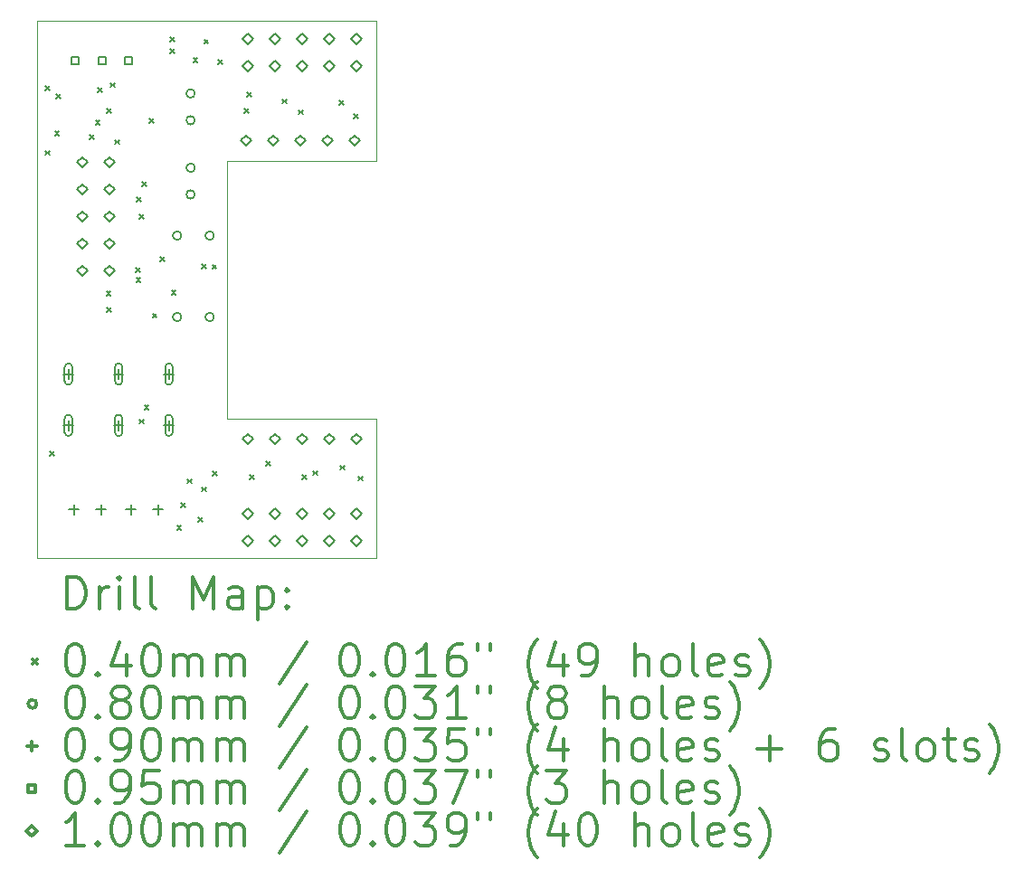
<source format=gbr>
%FSLAX45Y45*%
G04 Gerber Fmt 4.5, Leading zero omitted, Abs format (unit mm)*
G04 Created by KiCad (PCBNEW 5.1.9+dfsg1-1~bpo10+1) date 2022-02-19 16:25:07*
%MOMM*%
%LPD*%
G01*
G04 APERTURE LIST*
%TA.AperFunction,Profile*%
%ADD10C,0.100000*%
%TD*%
%ADD11C,0.200000*%
%ADD12C,0.300000*%
G04 APERTURE END LIST*
D10*
X10033000Y-3962400D02*
X10033000Y-5270500D01*
X6858000Y-3962400D02*
X10033000Y-3962400D01*
X6858000Y-8991600D02*
X6858000Y-3962400D01*
X10033000Y-8991600D02*
X6858000Y-8991600D01*
X10033000Y-7683500D02*
X10033000Y-8991600D01*
X8636000Y-7683500D02*
X10033000Y-7683500D01*
X8636000Y-5270500D02*
X8636000Y-7683500D01*
X10033000Y-5270500D02*
X8636000Y-5270500D01*
D11*
X6933250Y-4571050D02*
X6973250Y-4611050D01*
X6973250Y-4571050D02*
X6933250Y-4611050D01*
X6933250Y-5174300D02*
X6973250Y-5214300D01*
X6973250Y-5174300D02*
X6933250Y-5214300D01*
X6977700Y-7987350D02*
X7017700Y-8027350D01*
X7017700Y-7987350D02*
X6977700Y-8027350D01*
X7022150Y-4990150D02*
X7062150Y-5030150D01*
X7062150Y-4990150D02*
X7022150Y-5030150D01*
X7034850Y-4647250D02*
X7074850Y-4687250D01*
X7074850Y-4647250D02*
X7034850Y-4687250D01*
X7346000Y-5028250D02*
X7386000Y-5068250D01*
X7386000Y-5028250D02*
X7346000Y-5068250D01*
X7403150Y-4888550D02*
X7443150Y-4928550D01*
X7443150Y-4888550D02*
X7403150Y-4928550D01*
X7422200Y-4583750D02*
X7462200Y-4623750D01*
X7462200Y-4583750D02*
X7422200Y-4623750D01*
X7504750Y-6488750D02*
X7544750Y-6528750D01*
X7544750Y-6488750D02*
X7504750Y-6528750D01*
X7511100Y-4780600D02*
X7551100Y-4820600D01*
X7551100Y-4780600D02*
X7511100Y-4820600D01*
X7511100Y-6641150D02*
X7551100Y-6681150D01*
X7551100Y-6641150D02*
X7511100Y-6681150D01*
X7542850Y-4539300D02*
X7582850Y-4579300D01*
X7582850Y-4539300D02*
X7542850Y-4579300D01*
X7587300Y-5072700D02*
X7627300Y-5112700D01*
X7627300Y-5072700D02*
X7587300Y-5112700D01*
X7777800Y-6272850D02*
X7817800Y-6312850D01*
X7817800Y-6272850D02*
X7777800Y-6312850D01*
X7784150Y-6361750D02*
X7824150Y-6401750D01*
X7824150Y-6361750D02*
X7784150Y-6401750D01*
X7790500Y-5612450D02*
X7830500Y-5652450D01*
X7830500Y-5612450D02*
X7790500Y-5652450D01*
X7815900Y-5771200D02*
X7855900Y-5811200D01*
X7855900Y-5771200D02*
X7815900Y-5811200D01*
X7815900Y-7688900D02*
X7855900Y-7728900D01*
X7855900Y-7688900D02*
X7815900Y-7728900D01*
X7841300Y-5466400D02*
X7881300Y-5506400D01*
X7881300Y-5466400D02*
X7841300Y-5506400D01*
X7860350Y-7555550D02*
X7900350Y-7595550D01*
X7900350Y-7555550D02*
X7860350Y-7595550D01*
X7904800Y-4875850D02*
X7944800Y-4915850D01*
X7944800Y-4875850D02*
X7904800Y-4915850D01*
X7936550Y-6698300D02*
X7976550Y-6738300D01*
X7976550Y-6698300D02*
X7936550Y-6738300D01*
X8006400Y-6171250D02*
X8046400Y-6211250D01*
X8046400Y-6171250D02*
X8006400Y-6211250D01*
X8101650Y-4113850D02*
X8141650Y-4153850D01*
X8141650Y-4113850D02*
X8101650Y-4153850D01*
X8101650Y-4221800D02*
X8141650Y-4261800D01*
X8141650Y-4221800D02*
X8101650Y-4261800D01*
X8114350Y-6482400D02*
X8154350Y-6522400D01*
X8154350Y-6482400D02*
X8114350Y-6522400D01*
X8165150Y-8685850D02*
X8205150Y-8725850D01*
X8205150Y-8685850D02*
X8165150Y-8725850D01*
X8203250Y-8469950D02*
X8243250Y-8509950D01*
X8243250Y-8469950D02*
X8203250Y-8509950D01*
X8260400Y-8247700D02*
X8300400Y-8287700D01*
X8300400Y-8247700D02*
X8260400Y-8287700D01*
X8317550Y-4304350D02*
X8357550Y-4344350D01*
X8357550Y-4304350D02*
X8317550Y-4344350D01*
X8362000Y-8609650D02*
X8402000Y-8649650D01*
X8402000Y-8609650D02*
X8362000Y-8649650D01*
X8400100Y-6234750D02*
X8440100Y-6274750D01*
X8440100Y-6234750D02*
X8400100Y-6274750D01*
X8400100Y-8323900D02*
X8440100Y-8363900D01*
X8440100Y-8323900D02*
X8400100Y-8363900D01*
X8419150Y-4132900D02*
X8459150Y-4172900D01*
X8459150Y-4132900D02*
X8419150Y-4172900D01*
X8495350Y-6241100D02*
X8535350Y-6281100D01*
X8535350Y-6241100D02*
X8495350Y-6281100D01*
X8501700Y-8177850D02*
X8541700Y-8217850D01*
X8541700Y-8177850D02*
X8501700Y-8217850D01*
X8552500Y-4323400D02*
X8592500Y-4363400D01*
X8592500Y-4323400D02*
X8552500Y-4363400D01*
X8793800Y-4780600D02*
X8833800Y-4820600D01*
X8833800Y-4780600D02*
X8793800Y-4820600D01*
X8819200Y-4628200D02*
X8859200Y-4668200D01*
X8859200Y-4628200D02*
X8819200Y-4668200D01*
X8844600Y-8209600D02*
X8884600Y-8249600D01*
X8884600Y-8209600D02*
X8844600Y-8249600D01*
X8997000Y-8082600D02*
X9037000Y-8122600D01*
X9037000Y-8082600D02*
X8997000Y-8122600D01*
X9149400Y-4691700D02*
X9189400Y-4731700D01*
X9189400Y-4691700D02*
X9149400Y-4731700D01*
X9301800Y-4793300D02*
X9341800Y-4833300D01*
X9341800Y-4793300D02*
X9301800Y-4833300D01*
X9339900Y-8209600D02*
X9379900Y-8249600D01*
X9379900Y-8209600D02*
X9339900Y-8249600D01*
X9441500Y-8171500D02*
X9481500Y-8211500D01*
X9481500Y-8171500D02*
X9441500Y-8211500D01*
X9682800Y-4704400D02*
X9722800Y-4744400D01*
X9722800Y-4704400D02*
X9682800Y-4744400D01*
X9695500Y-8120700D02*
X9735500Y-8160700D01*
X9735500Y-8120700D02*
X9695500Y-8160700D01*
X9822500Y-4831400D02*
X9862500Y-4871400D01*
X9862500Y-4831400D02*
X9822500Y-4871400D01*
X9860600Y-8222300D02*
X9900600Y-8262300D01*
X9900600Y-8222300D02*
X9860600Y-8262300D01*
X8206100Y-5969000D02*
G75*
G03*
X8206100Y-5969000I-40000J0D01*
G01*
X8206100Y-6731000D02*
G75*
G03*
X8206100Y-6731000I-40000J0D01*
G01*
X8333100Y-4639500D02*
G75*
G03*
X8333100Y-4639500I-40000J0D01*
G01*
X8333100Y-4889500D02*
G75*
G03*
X8333100Y-4889500I-40000J0D01*
G01*
X8333100Y-5334000D02*
G75*
G03*
X8333100Y-5334000I-40000J0D01*
G01*
X8333100Y-5584000D02*
G75*
G03*
X8333100Y-5584000I-40000J0D01*
G01*
X8510900Y-5969000D02*
G75*
G03*
X8510900Y-5969000I-40000J0D01*
G01*
X8510900Y-6731000D02*
G75*
G03*
X8510900Y-6731000I-40000J0D01*
G01*
X7150000Y-7220700D02*
X7150000Y-7310700D01*
X7105000Y-7265700D02*
X7195000Y-7265700D01*
X7115000Y-7200700D02*
X7115000Y-7330700D01*
X7185000Y-7200700D02*
X7185000Y-7330700D01*
X7115000Y-7330700D02*
G75*
G03*
X7185000Y-7330700I35000J0D01*
G01*
X7185000Y-7200700D02*
G75*
G03*
X7115000Y-7200700I-35000J0D01*
G01*
X7150000Y-7700700D02*
X7150000Y-7790700D01*
X7105000Y-7745700D02*
X7195000Y-7745700D01*
X7115000Y-7680700D02*
X7115000Y-7810700D01*
X7185000Y-7680700D02*
X7185000Y-7810700D01*
X7115000Y-7810700D02*
G75*
G03*
X7185000Y-7810700I35000J0D01*
G01*
X7185000Y-7680700D02*
G75*
G03*
X7115000Y-7680700I-35000J0D01*
G01*
X7200900Y-8489400D02*
X7200900Y-8579400D01*
X7155900Y-8534400D02*
X7245900Y-8534400D01*
X7454900Y-8489400D02*
X7454900Y-8579400D01*
X7409900Y-8534400D02*
X7499900Y-8534400D01*
X7620000Y-7220700D02*
X7620000Y-7310700D01*
X7575000Y-7265700D02*
X7665000Y-7265700D01*
X7585000Y-7200700D02*
X7585000Y-7330700D01*
X7655000Y-7200700D02*
X7655000Y-7330700D01*
X7585000Y-7330700D02*
G75*
G03*
X7655000Y-7330700I35000J0D01*
G01*
X7655000Y-7200700D02*
G75*
G03*
X7585000Y-7200700I-35000J0D01*
G01*
X7620000Y-7700700D02*
X7620000Y-7790700D01*
X7575000Y-7745700D02*
X7665000Y-7745700D01*
X7585000Y-7680700D02*
X7585000Y-7810700D01*
X7655000Y-7680700D02*
X7655000Y-7810700D01*
X7585000Y-7810700D02*
G75*
G03*
X7655000Y-7810700I35000J0D01*
G01*
X7655000Y-7680700D02*
G75*
G03*
X7585000Y-7680700I-35000J0D01*
G01*
X7734300Y-8489400D02*
X7734300Y-8579400D01*
X7689300Y-8534400D02*
X7779300Y-8534400D01*
X7988300Y-8489400D02*
X7988300Y-8579400D01*
X7943300Y-8534400D02*
X8033300Y-8534400D01*
X8090000Y-7220700D02*
X8090000Y-7310700D01*
X8045000Y-7265700D02*
X8135000Y-7265700D01*
X8055000Y-7200700D02*
X8055000Y-7330700D01*
X8125000Y-7200700D02*
X8125000Y-7330700D01*
X8055000Y-7330700D02*
G75*
G03*
X8125000Y-7330700I35000J0D01*
G01*
X8125000Y-7200700D02*
G75*
G03*
X8055000Y-7200700I-35000J0D01*
G01*
X8090000Y-7700700D02*
X8090000Y-7790700D01*
X8045000Y-7745700D02*
X8135000Y-7745700D01*
X8055000Y-7680700D02*
X8055000Y-7810700D01*
X8125000Y-7680700D02*
X8125000Y-7810700D01*
X8055000Y-7810700D02*
G75*
G03*
X8125000Y-7810700I35000J0D01*
G01*
X8125000Y-7680700D02*
G75*
G03*
X8055000Y-7680700I-35000J0D01*
G01*
X7247188Y-4364288D02*
X7247188Y-4297112D01*
X7180012Y-4297112D01*
X7180012Y-4364288D01*
X7247188Y-4364288D01*
X7497188Y-4364288D02*
X7497188Y-4297112D01*
X7430012Y-4297112D01*
X7430012Y-4364288D01*
X7497188Y-4364288D01*
X7747188Y-4364288D02*
X7747188Y-4297112D01*
X7680012Y-4297112D01*
X7680012Y-4364288D01*
X7747188Y-4364288D01*
X7277100Y-5333200D02*
X7327100Y-5283200D01*
X7277100Y-5233200D01*
X7227100Y-5283200D01*
X7277100Y-5333200D01*
X7277100Y-5587200D02*
X7327100Y-5537200D01*
X7277100Y-5487200D01*
X7227100Y-5537200D01*
X7277100Y-5587200D01*
X7277100Y-5841200D02*
X7327100Y-5791200D01*
X7277100Y-5741200D01*
X7227100Y-5791200D01*
X7277100Y-5841200D01*
X7277100Y-6095200D02*
X7327100Y-6045200D01*
X7277100Y-5995200D01*
X7227100Y-6045200D01*
X7277100Y-6095200D01*
X7277100Y-6349200D02*
X7327100Y-6299200D01*
X7277100Y-6249200D01*
X7227100Y-6299200D01*
X7277100Y-6349200D01*
X7531100Y-5333200D02*
X7581100Y-5283200D01*
X7531100Y-5233200D01*
X7481100Y-5283200D01*
X7531100Y-5333200D01*
X7531100Y-5587200D02*
X7581100Y-5537200D01*
X7531100Y-5487200D01*
X7481100Y-5537200D01*
X7531100Y-5587200D01*
X7531100Y-5841200D02*
X7581100Y-5791200D01*
X7531100Y-5741200D01*
X7481100Y-5791200D01*
X7531100Y-5841200D01*
X7531100Y-6095200D02*
X7581100Y-6045200D01*
X7531100Y-5995200D01*
X7481100Y-6045200D01*
X7531100Y-6095200D01*
X7531100Y-6349200D02*
X7581100Y-6299200D01*
X7531100Y-6249200D01*
X7481100Y-6299200D01*
X7531100Y-6349200D01*
X8813800Y-5130000D02*
X8863800Y-5080000D01*
X8813800Y-5030000D01*
X8763800Y-5080000D01*
X8813800Y-5130000D01*
X8826500Y-4177500D02*
X8876500Y-4127500D01*
X8826500Y-4077500D01*
X8776500Y-4127500D01*
X8826500Y-4177500D01*
X8826500Y-4431500D02*
X8876500Y-4381500D01*
X8826500Y-4331500D01*
X8776500Y-4381500D01*
X8826500Y-4431500D01*
X8826500Y-7924000D02*
X8876500Y-7874000D01*
X8826500Y-7824000D01*
X8776500Y-7874000D01*
X8826500Y-7924000D01*
X8826500Y-8622500D02*
X8876500Y-8572500D01*
X8826500Y-8522500D01*
X8776500Y-8572500D01*
X8826500Y-8622500D01*
X8826500Y-8876500D02*
X8876500Y-8826500D01*
X8826500Y-8776500D01*
X8776500Y-8826500D01*
X8826500Y-8876500D01*
X9067800Y-5130000D02*
X9117800Y-5080000D01*
X9067800Y-5030000D01*
X9017800Y-5080000D01*
X9067800Y-5130000D01*
X9080500Y-4177500D02*
X9130500Y-4127500D01*
X9080500Y-4077500D01*
X9030500Y-4127500D01*
X9080500Y-4177500D01*
X9080500Y-4431500D02*
X9130500Y-4381500D01*
X9080500Y-4331500D01*
X9030500Y-4381500D01*
X9080500Y-4431500D01*
X9080500Y-7924000D02*
X9130500Y-7874000D01*
X9080500Y-7824000D01*
X9030500Y-7874000D01*
X9080500Y-7924000D01*
X9080500Y-8622500D02*
X9130500Y-8572500D01*
X9080500Y-8522500D01*
X9030500Y-8572500D01*
X9080500Y-8622500D01*
X9080500Y-8876500D02*
X9130500Y-8826500D01*
X9080500Y-8776500D01*
X9030500Y-8826500D01*
X9080500Y-8876500D01*
X9321800Y-5130000D02*
X9371800Y-5080000D01*
X9321800Y-5030000D01*
X9271800Y-5080000D01*
X9321800Y-5130000D01*
X9334500Y-4177500D02*
X9384500Y-4127500D01*
X9334500Y-4077500D01*
X9284500Y-4127500D01*
X9334500Y-4177500D01*
X9334500Y-4431500D02*
X9384500Y-4381500D01*
X9334500Y-4331500D01*
X9284500Y-4381500D01*
X9334500Y-4431500D01*
X9334500Y-7924000D02*
X9384500Y-7874000D01*
X9334500Y-7824000D01*
X9284500Y-7874000D01*
X9334500Y-7924000D01*
X9334500Y-8622500D02*
X9384500Y-8572500D01*
X9334500Y-8522500D01*
X9284500Y-8572500D01*
X9334500Y-8622500D01*
X9334500Y-8876500D02*
X9384500Y-8826500D01*
X9334500Y-8776500D01*
X9284500Y-8826500D01*
X9334500Y-8876500D01*
X9575800Y-5130000D02*
X9625800Y-5080000D01*
X9575800Y-5030000D01*
X9525800Y-5080000D01*
X9575800Y-5130000D01*
X9588500Y-4177500D02*
X9638500Y-4127500D01*
X9588500Y-4077500D01*
X9538500Y-4127500D01*
X9588500Y-4177500D01*
X9588500Y-4431500D02*
X9638500Y-4381500D01*
X9588500Y-4331500D01*
X9538500Y-4381500D01*
X9588500Y-4431500D01*
X9588500Y-7924000D02*
X9638500Y-7874000D01*
X9588500Y-7824000D01*
X9538500Y-7874000D01*
X9588500Y-7924000D01*
X9588500Y-8622500D02*
X9638500Y-8572500D01*
X9588500Y-8522500D01*
X9538500Y-8572500D01*
X9588500Y-8622500D01*
X9588500Y-8876500D02*
X9638500Y-8826500D01*
X9588500Y-8776500D01*
X9538500Y-8826500D01*
X9588500Y-8876500D01*
X9829800Y-5130000D02*
X9879800Y-5080000D01*
X9829800Y-5030000D01*
X9779800Y-5080000D01*
X9829800Y-5130000D01*
X9842500Y-4177500D02*
X9892500Y-4127500D01*
X9842500Y-4077500D01*
X9792500Y-4127500D01*
X9842500Y-4177500D01*
X9842500Y-4431500D02*
X9892500Y-4381500D01*
X9842500Y-4331500D01*
X9792500Y-4381500D01*
X9842500Y-4431500D01*
X9842500Y-7924000D02*
X9892500Y-7874000D01*
X9842500Y-7824000D01*
X9792500Y-7874000D01*
X9842500Y-7924000D01*
X9842500Y-8622500D02*
X9892500Y-8572500D01*
X9842500Y-8522500D01*
X9792500Y-8572500D01*
X9842500Y-8622500D01*
X9842500Y-8876500D02*
X9892500Y-8826500D01*
X9842500Y-8776500D01*
X9792500Y-8826500D01*
X9842500Y-8876500D01*
D12*
X7139428Y-9462314D02*
X7139428Y-9162314D01*
X7210857Y-9162314D01*
X7253714Y-9176600D01*
X7282286Y-9205172D01*
X7296571Y-9233743D01*
X7310857Y-9290886D01*
X7310857Y-9333743D01*
X7296571Y-9390886D01*
X7282286Y-9419457D01*
X7253714Y-9448029D01*
X7210857Y-9462314D01*
X7139428Y-9462314D01*
X7439428Y-9462314D02*
X7439428Y-9262314D01*
X7439428Y-9319457D02*
X7453714Y-9290886D01*
X7468000Y-9276600D01*
X7496571Y-9262314D01*
X7525143Y-9262314D01*
X7625143Y-9462314D02*
X7625143Y-9262314D01*
X7625143Y-9162314D02*
X7610857Y-9176600D01*
X7625143Y-9190886D01*
X7639428Y-9176600D01*
X7625143Y-9162314D01*
X7625143Y-9190886D01*
X7810857Y-9462314D02*
X7782286Y-9448029D01*
X7768000Y-9419457D01*
X7768000Y-9162314D01*
X7968000Y-9462314D02*
X7939428Y-9448029D01*
X7925143Y-9419457D01*
X7925143Y-9162314D01*
X8310857Y-9462314D02*
X8310857Y-9162314D01*
X8410857Y-9376600D01*
X8510857Y-9162314D01*
X8510857Y-9462314D01*
X8782286Y-9462314D02*
X8782286Y-9305172D01*
X8768000Y-9276600D01*
X8739428Y-9262314D01*
X8682286Y-9262314D01*
X8653714Y-9276600D01*
X8782286Y-9448029D02*
X8753714Y-9462314D01*
X8682286Y-9462314D01*
X8653714Y-9448029D01*
X8639428Y-9419457D01*
X8639428Y-9390886D01*
X8653714Y-9362314D01*
X8682286Y-9348029D01*
X8753714Y-9348029D01*
X8782286Y-9333743D01*
X8925143Y-9262314D02*
X8925143Y-9562314D01*
X8925143Y-9276600D02*
X8953714Y-9262314D01*
X9010857Y-9262314D01*
X9039428Y-9276600D01*
X9053714Y-9290886D01*
X9068000Y-9319457D01*
X9068000Y-9405172D01*
X9053714Y-9433743D01*
X9039428Y-9448029D01*
X9010857Y-9462314D01*
X8953714Y-9462314D01*
X8925143Y-9448029D01*
X9196571Y-9433743D02*
X9210857Y-9448029D01*
X9196571Y-9462314D01*
X9182286Y-9448029D01*
X9196571Y-9433743D01*
X9196571Y-9462314D01*
X9196571Y-9276600D02*
X9210857Y-9290886D01*
X9196571Y-9305172D01*
X9182286Y-9290886D01*
X9196571Y-9276600D01*
X9196571Y-9305172D01*
X6813000Y-9936600D02*
X6853000Y-9976600D01*
X6853000Y-9936600D02*
X6813000Y-9976600D01*
X7196571Y-9792314D02*
X7225143Y-9792314D01*
X7253714Y-9806600D01*
X7268000Y-9820886D01*
X7282286Y-9849457D01*
X7296571Y-9906600D01*
X7296571Y-9978029D01*
X7282286Y-10035172D01*
X7268000Y-10063743D01*
X7253714Y-10078029D01*
X7225143Y-10092314D01*
X7196571Y-10092314D01*
X7168000Y-10078029D01*
X7153714Y-10063743D01*
X7139428Y-10035172D01*
X7125143Y-9978029D01*
X7125143Y-9906600D01*
X7139428Y-9849457D01*
X7153714Y-9820886D01*
X7168000Y-9806600D01*
X7196571Y-9792314D01*
X7425143Y-10063743D02*
X7439428Y-10078029D01*
X7425143Y-10092314D01*
X7410857Y-10078029D01*
X7425143Y-10063743D01*
X7425143Y-10092314D01*
X7696571Y-9892314D02*
X7696571Y-10092314D01*
X7625143Y-9778029D02*
X7553714Y-9992314D01*
X7739428Y-9992314D01*
X7910857Y-9792314D02*
X7939428Y-9792314D01*
X7968000Y-9806600D01*
X7982286Y-9820886D01*
X7996571Y-9849457D01*
X8010857Y-9906600D01*
X8010857Y-9978029D01*
X7996571Y-10035172D01*
X7982286Y-10063743D01*
X7968000Y-10078029D01*
X7939428Y-10092314D01*
X7910857Y-10092314D01*
X7882286Y-10078029D01*
X7868000Y-10063743D01*
X7853714Y-10035172D01*
X7839428Y-9978029D01*
X7839428Y-9906600D01*
X7853714Y-9849457D01*
X7868000Y-9820886D01*
X7882286Y-9806600D01*
X7910857Y-9792314D01*
X8139428Y-10092314D02*
X8139428Y-9892314D01*
X8139428Y-9920886D02*
X8153714Y-9906600D01*
X8182286Y-9892314D01*
X8225143Y-9892314D01*
X8253714Y-9906600D01*
X8268000Y-9935172D01*
X8268000Y-10092314D01*
X8268000Y-9935172D02*
X8282286Y-9906600D01*
X8310857Y-9892314D01*
X8353714Y-9892314D01*
X8382286Y-9906600D01*
X8396571Y-9935172D01*
X8396571Y-10092314D01*
X8539428Y-10092314D02*
X8539428Y-9892314D01*
X8539428Y-9920886D02*
X8553714Y-9906600D01*
X8582286Y-9892314D01*
X8625143Y-9892314D01*
X8653714Y-9906600D01*
X8668000Y-9935172D01*
X8668000Y-10092314D01*
X8668000Y-9935172D02*
X8682286Y-9906600D01*
X8710857Y-9892314D01*
X8753714Y-9892314D01*
X8782286Y-9906600D01*
X8796571Y-9935172D01*
X8796571Y-10092314D01*
X9382286Y-9778029D02*
X9125143Y-10163743D01*
X9768000Y-9792314D02*
X9796571Y-9792314D01*
X9825143Y-9806600D01*
X9839428Y-9820886D01*
X9853714Y-9849457D01*
X9868000Y-9906600D01*
X9868000Y-9978029D01*
X9853714Y-10035172D01*
X9839428Y-10063743D01*
X9825143Y-10078029D01*
X9796571Y-10092314D01*
X9768000Y-10092314D01*
X9739428Y-10078029D01*
X9725143Y-10063743D01*
X9710857Y-10035172D01*
X9696571Y-9978029D01*
X9696571Y-9906600D01*
X9710857Y-9849457D01*
X9725143Y-9820886D01*
X9739428Y-9806600D01*
X9768000Y-9792314D01*
X9996571Y-10063743D02*
X10010857Y-10078029D01*
X9996571Y-10092314D01*
X9982286Y-10078029D01*
X9996571Y-10063743D01*
X9996571Y-10092314D01*
X10196571Y-9792314D02*
X10225143Y-9792314D01*
X10253714Y-9806600D01*
X10268000Y-9820886D01*
X10282286Y-9849457D01*
X10296571Y-9906600D01*
X10296571Y-9978029D01*
X10282286Y-10035172D01*
X10268000Y-10063743D01*
X10253714Y-10078029D01*
X10225143Y-10092314D01*
X10196571Y-10092314D01*
X10168000Y-10078029D01*
X10153714Y-10063743D01*
X10139428Y-10035172D01*
X10125143Y-9978029D01*
X10125143Y-9906600D01*
X10139428Y-9849457D01*
X10153714Y-9820886D01*
X10168000Y-9806600D01*
X10196571Y-9792314D01*
X10582286Y-10092314D02*
X10410857Y-10092314D01*
X10496571Y-10092314D02*
X10496571Y-9792314D01*
X10468000Y-9835172D01*
X10439428Y-9863743D01*
X10410857Y-9878029D01*
X10839428Y-9792314D02*
X10782286Y-9792314D01*
X10753714Y-9806600D01*
X10739428Y-9820886D01*
X10710857Y-9863743D01*
X10696571Y-9920886D01*
X10696571Y-10035172D01*
X10710857Y-10063743D01*
X10725143Y-10078029D01*
X10753714Y-10092314D01*
X10810857Y-10092314D01*
X10839428Y-10078029D01*
X10853714Y-10063743D01*
X10868000Y-10035172D01*
X10868000Y-9963743D01*
X10853714Y-9935172D01*
X10839428Y-9920886D01*
X10810857Y-9906600D01*
X10753714Y-9906600D01*
X10725143Y-9920886D01*
X10710857Y-9935172D01*
X10696571Y-9963743D01*
X10982286Y-9792314D02*
X10982286Y-9849457D01*
X11096571Y-9792314D02*
X11096571Y-9849457D01*
X11539428Y-10206600D02*
X11525143Y-10192314D01*
X11496571Y-10149457D01*
X11482286Y-10120886D01*
X11468000Y-10078029D01*
X11453714Y-10006600D01*
X11453714Y-9949457D01*
X11468000Y-9878029D01*
X11482286Y-9835172D01*
X11496571Y-9806600D01*
X11525143Y-9763743D01*
X11539428Y-9749457D01*
X11782286Y-9892314D02*
X11782286Y-10092314D01*
X11710857Y-9778029D02*
X11639428Y-9992314D01*
X11825143Y-9992314D01*
X11953714Y-10092314D02*
X12010857Y-10092314D01*
X12039428Y-10078029D01*
X12053714Y-10063743D01*
X12082286Y-10020886D01*
X12096571Y-9963743D01*
X12096571Y-9849457D01*
X12082286Y-9820886D01*
X12068000Y-9806600D01*
X12039428Y-9792314D01*
X11982286Y-9792314D01*
X11953714Y-9806600D01*
X11939428Y-9820886D01*
X11925143Y-9849457D01*
X11925143Y-9920886D01*
X11939428Y-9949457D01*
X11953714Y-9963743D01*
X11982286Y-9978029D01*
X12039428Y-9978029D01*
X12068000Y-9963743D01*
X12082286Y-9949457D01*
X12096571Y-9920886D01*
X12453714Y-10092314D02*
X12453714Y-9792314D01*
X12582286Y-10092314D02*
X12582286Y-9935172D01*
X12568000Y-9906600D01*
X12539428Y-9892314D01*
X12496571Y-9892314D01*
X12468000Y-9906600D01*
X12453714Y-9920886D01*
X12768000Y-10092314D02*
X12739428Y-10078029D01*
X12725143Y-10063743D01*
X12710857Y-10035172D01*
X12710857Y-9949457D01*
X12725143Y-9920886D01*
X12739428Y-9906600D01*
X12768000Y-9892314D01*
X12810857Y-9892314D01*
X12839428Y-9906600D01*
X12853714Y-9920886D01*
X12868000Y-9949457D01*
X12868000Y-10035172D01*
X12853714Y-10063743D01*
X12839428Y-10078029D01*
X12810857Y-10092314D01*
X12768000Y-10092314D01*
X13039428Y-10092314D02*
X13010857Y-10078029D01*
X12996571Y-10049457D01*
X12996571Y-9792314D01*
X13268000Y-10078029D02*
X13239428Y-10092314D01*
X13182286Y-10092314D01*
X13153714Y-10078029D01*
X13139428Y-10049457D01*
X13139428Y-9935172D01*
X13153714Y-9906600D01*
X13182286Y-9892314D01*
X13239428Y-9892314D01*
X13268000Y-9906600D01*
X13282286Y-9935172D01*
X13282286Y-9963743D01*
X13139428Y-9992314D01*
X13396571Y-10078029D02*
X13425143Y-10092314D01*
X13482286Y-10092314D01*
X13510857Y-10078029D01*
X13525143Y-10049457D01*
X13525143Y-10035172D01*
X13510857Y-10006600D01*
X13482286Y-9992314D01*
X13439428Y-9992314D01*
X13410857Y-9978029D01*
X13396571Y-9949457D01*
X13396571Y-9935172D01*
X13410857Y-9906600D01*
X13439428Y-9892314D01*
X13482286Y-9892314D01*
X13510857Y-9906600D01*
X13625143Y-10206600D02*
X13639428Y-10192314D01*
X13668000Y-10149457D01*
X13682286Y-10120886D01*
X13696571Y-10078029D01*
X13710857Y-10006600D01*
X13710857Y-9949457D01*
X13696571Y-9878029D01*
X13682286Y-9835172D01*
X13668000Y-9806600D01*
X13639428Y-9763743D01*
X13625143Y-9749457D01*
X6853000Y-10352600D02*
G75*
G03*
X6853000Y-10352600I-40000J0D01*
G01*
X7196571Y-10188314D02*
X7225143Y-10188314D01*
X7253714Y-10202600D01*
X7268000Y-10216886D01*
X7282286Y-10245457D01*
X7296571Y-10302600D01*
X7296571Y-10374029D01*
X7282286Y-10431172D01*
X7268000Y-10459743D01*
X7253714Y-10474029D01*
X7225143Y-10488314D01*
X7196571Y-10488314D01*
X7168000Y-10474029D01*
X7153714Y-10459743D01*
X7139428Y-10431172D01*
X7125143Y-10374029D01*
X7125143Y-10302600D01*
X7139428Y-10245457D01*
X7153714Y-10216886D01*
X7168000Y-10202600D01*
X7196571Y-10188314D01*
X7425143Y-10459743D02*
X7439428Y-10474029D01*
X7425143Y-10488314D01*
X7410857Y-10474029D01*
X7425143Y-10459743D01*
X7425143Y-10488314D01*
X7610857Y-10316886D02*
X7582286Y-10302600D01*
X7568000Y-10288314D01*
X7553714Y-10259743D01*
X7553714Y-10245457D01*
X7568000Y-10216886D01*
X7582286Y-10202600D01*
X7610857Y-10188314D01*
X7668000Y-10188314D01*
X7696571Y-10202600D01*
X7710857Y-10216886D01*
X7725143Y-10245457D01*
X7725143Y-10259743D01*
X7710857Y-10288314D01*
X7696571Y-10302600D01*
X7668000Y-10316886D01*
X7610857Y-10316886D01*
X7582286Y-10331172D01*
X7568000Y-10345457D01*
X7553714Y-10374029D01*
X7553714Y-10431172D01*
X7568000Y-10459743D01*
X7582286Y-10474029D01*
X7610857Y-10488314D01*
X7668000Y-10488314D01*
X7696571Y-10474029D01*
X7710857Y-10459743D01*
X7725143Y-10431172D01*
X7725143Y-10374029D01*
X7710857Y-10345457D01*
X7696571Y-10331172D01*
X7668000Y-10316886D01*
X7910857Y-10188314D02*
X7939428Y-10188314D01*
X7968000Y-10202600D01*
X7982286Y-10216886D01*
X7996571Y-10245457D01*
X8010857Y-10302600D01*
X8010857Y-10374029D01*
X7996571Y-10431172D01*
X7982286Y-10459743D01*
X7968000Y-10474029D01*
X7939428Y-10488314D01*
X7910857Y-10488314D01*
X7882286Y-10474029D01*
X7868000Y-10459743D01*
X7853714Y-10431172D01*
X7839428Y-10374029D01*
X7839428Y-10302600D01*
X7853714Y-10245457D01*
X7868000Y-10216886D01*
X7882286Y-10202600D01*
X7910857Y-10188314D01*
X8139428Y-10488314D02*
X8139428Y-10288314D01*
X8139428Y-10316886D02*
X8153714Y-10302600D01*
X8182286Y-10288314D01*
X8225143Y-10288314D01*
X8253714Y-10302600D01*
X8268000Y-10331172D01*
X8268000Y-10488314D01*
X8268000Y-10331172D02*
X8282286Y-10302600D01*
X8310857Y-10288314D01*
X8353714Y-10288314D01*
X8382286Y-10302600D01*
X8396571Y-10331172D01*
X8396571Y-10488314D01*
X8539428Y-10488314D02*
X8539428Y-10288314D01*
X8539428Y-10316886D02*
X8553714Y-10302600D01*
X8582286Y-10288314D01*
X8625143Y-10288314D01*
X8653714Y-10302600D01*
X8668000Y-10331172D01*
X8668000Y-10488314D01*
X8668000Y-10331172D02*
X8682286Y-10302600D01*
X8710857Y-10288314D01*
X8753714Y-10288314D01*
X8782286Y-10302600D01*
X8796571Y-10331172D01*
X8796571Y-10488314D01*
X9382286Y-10174029D02*
X9125143Y-10559743D01*
X9768000Y-10188314D02*
X9796571Y-10188314D01*
X9825143Y-10202600D01*
X9839428Y-10216886D01*
X9853714Y-10245457D01*
X9868000Y-10302600D01*
X9868000Y-10374029D01*
X9853714Y-10431172D01*
X9839428Y-10459743D01*
X9825143Y-10474029D01*
X9796571Y-10488314D01*
X9768000Y-10488314D01*
X9739428Y-10474029D01*
X9725143Y-10459743D01*
X9710857Y-10431172D01*
X9696571Y-10374029D01*
X9696571Y-10302600D01*
X9710857Y-10245457D01*
X9725143Y-10216886D01*
X9739428Y-10202600D01*
X9768000Y-10188314D01*
X9996571Y-10459743D02*
X10010857Y-10474029D01*
X9996571Y-10488314D01*
X9982286Y-10474029D01*
X9996571Y-10459743D01*
X9996571Y-10488314D01*
X10196571Y-10188314D02*
X10225143Y-10188314D01*
X10253714Y-10202600D01*
X10268000Y-10216886D01*
X10282286Y-10245457D01*
X10296571Y-10302600D01*
X10296571Y-10374029D01*
X10282286Y-10431172D01*
X10268000Y-10459743D01*
X10253714Y-10474029D01*
X10225143Y-10488314D01*
X10196571Y-10488314D01*
X10168000Y-10474029D01*
X10153714Y-10459743D01*
X10139428Y-10431172D01*
X10125143Y-10374029D01*
X10125143Y-10302600D01*
X10139428Y-10245457D01*
X10153714Y-10216886D01*
X10168000Y-10202600D01*
X10196571Y-10188314D01*
X10396571Y-10188314D02*
X10582286Y-10188314D01*
X10482286Y-10302600D01*
X10525143Y-10302600D01*
X10553714Y-10316886D01*
X10568000Y-10331172D01*
X10582286Y-10359743D01*
X10582286Y-10431172D01*
X10568000Y-10459743D01*
X10553714Y-10474029D01*
X10525143Y-10488314D01*
X10439428Y-10488314D01*
X10410857Y-10474029D01*
X10396571Y-10459743D01*
X10868000Y-10488314D02*
X10696571Y-10488314D01*
X10782286Y-10488314D02*
X10782286Y-10188314D01*
X10753714Y-10231172D01*
X10725143Y-10259743D01*
X10696571Y-10274029D01*
X10982286Y-10188314D02*
X10982286Y-10245457D01*
X11096571Y-10188314D02*
X11096571Y-10245457D01*
X11539428Y-10602600D02*
X11525143Y-10588314D01*
X11496571Y-10545457D01*
X11482286Y-10516886D01*
X11468000Y-10474029D01*
X11453714Y-10402600D01*
X11453714Y-10345457D01*
X11468000Y-10274029D01*
X11482286Y-10231172D01*
X11496571Y-10202600D01*
X11525143Y-10159743D01*
X11539428Y-10145457D01*
X11696571Y-10316886D02*
X11668000Y-10302600D01*
X11653714Y-10288314D01*
X11639428Y-10259743D01*
X11639428Y-10245457D01*
X11653714Y-10216886D01*
X11668000Y-10202600D01*
X11696571Y-10188314D01*
X11753714Y-10188314D01*
X11782286Y-10202600D01*
X11796571Y-10216886D01*
X11810857Y-10245457D01*
X11810857Y-10259743D01*
X11796571Y-10288314D01*
X11782286Y-10302600D01*
X11753714Y-10316886D01*
X11696571Y-10316886D01*
X11668000Y-10331172D01*
X11653714Y-10345457D01*
X11639428Y-10374029D01*
X11639428Y-10431172D01*
X11653714Y-10459743D01*
X11668000Y-10474029D01*
X11696571Y-10488314D01*
X11753714Y-10488314D01*
X11782286Y-10474029D01*
X11796571Y-10459743D01*
X11810857Y-10431172D01*
X11810857Y-10374029D01*
X11796571Y-10345457D01*
X11782286Y-10331172D01*
X11753714Y-10316886D01*
X12168000Y-10488314D02*
X12168000Y-10188314D01*
X12296571Y-10488314D02*
X12296571Y-10331172D01*
X12282286Y-10302600D01*
X12253714Y-10288314D01*
X12210857Y-10288314D01*
X12182286Y-10302600D01*
X12168000Y-10316886D01*
X12482286Y-10488314D02*
X12453714Y-10474029D01*
X12439428Y-10459743D01*
X12425143Y-10431172D01*
X12425143Y-10345457D01*
X12439428Y-10316886D01*
X12453714Y-10302600D01*
X12482286Y-10288314D01*
X12525143Y-10288314D01*
X12553714Y-10302600D01*
X12568000Y-10316886D01*
X12582286Y-10345457D01*
X12582286Y-10431172D01*
X12568000Y-10459743D01*
X12553714Y-10474029D01*
X12525143Y-10488314D01*
X12482286Y-10488314D01*
X12753714Y-10488314D02*
X12725143Y-10474029D01*
X12710857Y-10445457D01*
X12710857Y-10188314D01*
X12982286Y-10474029D02*
X12953714Y-10488314D01*
X12896571Y-10488314D01*
X12868000Y-10474029D01*
X12853714Y-10445457D01*
X12853714Y-10331172D01*
X12868000Y-10302600D01*
X12896571Y-10288314D01*
X12953714Y-10288314D01*
X12982286Y-10302600D01*
X12996571Y-10331172D01*
X12996571Y-10359743D01*
X12853714Y-10388314D01*
X13110857Y-10474029D02*
X13139428Y-10488314D01*
X13196571Y-10488314D01*
X13225143Y-10474029D01*
X13239428Y-10445457D01*
X13239428Y-10431172D01*
X13225143Y-10402600D01*
X13196571Y-10388314D01*
X13153714Y-10388314D01*
X13125143Y-10374029D01*
X13110857Y-10345457D01*
X13110857Y-10331172D01*
X13125143Y-10302600D01*
X13153714Y-10288314D01*
X13196571Y-10288314D01*
X13225143Y-10302600D01*
X13339428Y-10602600D02*
X13353714Y-10588314D01*
X13382286Y-10545457D01*
X13396571Y-10516886D01*
X13410857Y-10474029D01*
X13425143Y-10402600D01*
X13425143Y-10345457D01*
X13410857Y-10274029D01*
X13396571Y-10231172D01*
X13382286Y-10202600D01*
X13353714Y-10159743D01*
X13339428Y-10145457D01*
X6808000Y-10703600D02*
X6808000Y-10793600D01*
X6763000Y-10748600D02*
X6853000Y-10748600D01*
X7196571Y-10584314D02*
X7225143Y-10584314D01*
X7253714Y-10598600D01*
X7268000Y-10612886D01*
X7282286Y-10641457D01*
X7296571Y-10698600D01*
X7296571Y-10770029D01*
X7282286Y-10827172D01*
X7268000Y-10855743D01*
X7253714Y-10870029D01*
X7225143Y-10884314D01*
X7196571Y-10884314D01*
X7168000Y-10870029D01*
X7153714Y-10855743D01*
X7139428Y-10827172D01*
X7125143Y-10770029D01*
X7125143Y-10698600D01*
X7139428Y-10641457D01*
X7153714Y-10612886D01*
X7168000Y-10598600D01*
X7196571Y-10584314D01*
X7425143Y-10855743D02*
X7439428Y-10870029D01*
X7425143Y-10884314D01*
X7410857Y-10870029D01*
X7425143Y-10855743D01*
X7425143Y-10884314D01*
X7582286Y-10884314D02*
X7639428Y-10884314D01*
X7668000Y-10870029D01*
X7682286Y-10855743D01*
X7710857Y-10812886D01*
X7725143Y-10755743D01*
X7725143Y-10641457D01*
X7710857Y-10612886D01*
X7696571Y-10598600D01*
X7668000Y-10584314D01*
X7610857Y-10584314D01*
X7582286Y-10598600D01*
X7568000Y-10612886D01*
X7553714Y-10641457D01*
X7553714Y-10712886D01*
X7568000Y-10741457D01*
X7582286Y-10755743D01*
X7610857Y-10770029D01*
X7668000Y-10770029D01*
X7696571Y-10755743D01*
X7710857Y-10741457D01*
X7725143Y-10712886D01*
X7910857Y-10584314D02*
X7939428Y-10584314D01*
X7968000Y-10598600D01*
X7982286Y-10612886D01*
X7996571Y-10641457D01*
X8010857Y-10698600D01*
X8010857Y-10770029D01*
X7996571Y-10827172D01*
X7982286Y-10855743D01*
X7968000Y-10870029D01*
X7939428Y-10884314D01*
X7910857Y-10884314D01*
X7882286Y-10870029D01*
X7868000Y-10855743D01*
X7853714Y-10827172D01*
X7839428Y-10770029D01*
X7839428Y-10698600D01*
X7853714Y-10641457D01*
X7868000Y-10612886D01*
X7882286Y-10598600D01*
X7910857Y-10584314D01*
X8139428Y-10884314D02*
X8139428Y-10684314D01*
X8139428Y-10712886D02*
X8153714Y-10698600D01*
X8182286Y-10684314D01*
X8225143Y-10684314D01*
X8253714Y-10698600D01*
X8268000Y-10727172D01*
X8268000Y-10884314D01*
X8268000Y-10727172D02*
X8282286Y-10698600D01*
X8310857Y-10684314D01*
X8353714Y-10684314D01*
X8382286Y-10698600D01*
X8396571Y-10727172D01*
X8396571Y-10884314D01*
X8539428Y-10884314D02*
X8539428Y-10684314D01*
X8539428Y-10712886D02*
X8553714Y-10698600D01*
X8582286Y-10684314D01*
X8625143Y-10684314D01*
X8653714Y-10698600D01*
X8668000Y-10727172D01*
X8668000Y-10884314D01*
X8668000Y-10727172D02*
X8682286Y-10698600D01*
X8710857Y-10684314D01*
X8753714Y-10684314D01*
X8782286Y-10698600D01*
X8796571Y-10727172D01*
X8796571Y-10884314D01*
X9382286Y-10570029D02*
X9125143Y-10955743D01*
X9768000Y-10584314D02*
X9796571Y-10584314D01*
X9825143Y-10598600D01*
X9839428Y-10612886D01*
X9853714Y-10641457D01*
X9868000Y-10698600D01*
X9868000Y-10770029D01*
X9853714Y-10827172D01*
X9839428Y-10855743D01*
X9825143Y-10870029D01*
X9796571Y-10884314D01*
X9768000Y-10884314D01*
X9739428Y-10870029D01*
X9725143Y-10855743D01*
X9710857Y-10827172D01*
X9696571Y-10770029D01*
X9696571Y-10698600D01*
X9710857Y-10641457D01*
X9725143Y-10612886D01*
X9739428Y-10598600D01*
X9768000Y-10584314D01*
X9996571Y-10855743D02*
X10010857Y-10870029D01*
X9996571Y-10884314D01*
X9982286Y-10870029D01*
X9996571Y-10855743D01*
X9996571Y-10884314D01*
X10196571Y-10584314D02*
X10225143Y-10584314D01*
X10253714Y-10598600D01*
X10268000Y-10612886D01*
X10282286Y-10641457D01*
X10296571Y-10698600D01*
X10296571Y-10770029D01*
X10282286Y-10827172D01*
X10268000Y-10855743D01*
X10253714Y-10870029D01*
X10225143Y-10884314D01*
X10196571Y-10884314D01*
X10168000Y-10870029D01*
X10153714Y-10855743D01*
X10139428Y-10827172D01*
X10125143Y-10770029D01*
X10125143Y-10698600D01*
X10139428Y-10641457D01*
X10153714Y-10612886D01*
X10168000Y-10598600D01*
X10196571Y-10584314D01*
X10396571Y-10584314D02*
X10582286Y-10584314D01*
X10482286Y-10698600D01*
X10525143Y-10698600D01*
X10553714Y-10712886D01*
X10568000Y-10727172D01*
X10582286Y-10755743D01*
X10582286Y-10827172D01*
X10568000Y-10855743D01*
X10553714Y-10870029D01*
X10525143Y-10884314D01*
X10439428Y-10884314D01*
X10410857Y-10870029D01*
X10396571Y-10855743D01*
X10853714Y-10584314D02*
X10710857Y-10584314D01*
X10696571Y-10727172D01*
X10710857Y-10712886D01*
X10739428Y-10698600D01*
X10810857Y-10698600D01*
X10839428Y-10712886D01*
X10853714Y-10727172D01*
X10868000Y-10755743D01*
X10868000Y-10827172D01*
X10853714Y-10855743D01*
X10839428Y-10870029D01*
X10810857Y-10884314D01*
X10739428Y-10884314D01*
X10710857Y-10870029D01*
X10696571Y-10855743D01*
X10982286Y-10584314D02*
X10982286Y-10641457D01*
X11096571Y-10584314D02*
X11096571Y-10641457D01*
X11539428Y-10998600D02*
X11525143Y-10984314D01*
X11496571Y-10941457D01*
X11482286Y-10912886D01*
X11468000Y-10870029D01*
X11453714Y-10798600D01*
X11453714Y-10741457D01*
X11468000Y-10670029D01*
X11482286Y-10627172D01*
X11496571Y-10598600D01*
X11525143Y-10555743D01*
X11539428Y-10541457D01*
X11782286Y-10684314D02*
X11782286Y-10884314D01*
X11710857Y-10570029D02*
X11639428Y-10784314D01*
X11825143Y-10784314D01*
X12168000Y-10884314D02*
X12168000Y-10584314D01*
X12296571Y-10884314D02*
X12296571Y-10727172D01*
X12282286Y-10698600D01*
X12253714Y-10684314D01*
X12210857Y-10684314D01*
X12182286Y-10698600D01*
X12168000Y-10712886D01*
X12482286Y-10884314D02*
X12453714Y-10870029D01*
X12439428Y-10855743D01*
X12425143Y-10827172D01*
X12425143Y-10741457D01*
X12439428Y-10712886D01*
X12453714Y-10698600D01*
X12482286Y-10684314D01*
X12525143Y-10684314D01*
X12553714Y-10698600D01*
X12568000Y-10712886D01*
X12582286Y-10741457D01*
X12582286Y-10827172D01*
X12568000Y-10855743D01*
X12553714Y-10870029D01*
X12525143Y-10884314D01*
X12482286Y-10884314D01*
X12753714Y-10884314D02*
X12725143Y-10870029D01*
X12710857Y-10841457D01*
X12710857Y-10584314D01*
X12982286Y-10870029D02*
X12953714Y-10884314D01*
X12896571Y-10884314D01*
X12868000Y-10870029D01*
X12853714Y-10841457D01*
X12853714Y-10727172D01*
X12868000Y-10698600D01*
X12896571Y-10684314D01*
X12953714Y-10684314D01*
X12982286Y-10698600D01*
X12996571Y-10727172D01*
X12996571Y-10755743D01*
X12853714Y-10784314D01*
X13110857Y-10870029D02*
X13139428Y-10884314D01*
X13196571Y-10884314D01*
X13225143Y-10870029D01*
X13239428Y-10841457D01*
X13239428Y-10827172D01*
X13225143Y-10798600D01*
X13196571Y-10784314D01*
X13153714Y-10784314D01*
X13125143Y-10770029D01*
X13110857Y-10741457D01*
X13110857Y-10727172D01*
X13125143Y-10698600D01*
X13153714Y-10684314D01*
X13196571Y-10684314D01*
X13225143Y-10698600D01*
X13596571Y-10770029D02*
X13825143Y-10770029D01*
X13710857Y-10884314D02*
X13710857Y-10655743D01*
X14325143Y-10584314D02*
X14268000Y-10584314D01*
X14239428Y-10598600D01*
X14225143Y-10612886D01*
X14196571Y-10655743D01*
X14182286Y-10712886D01*
X14182286Y-10827172D01*
X14196571Y-10855743D01*
X14210857Y-10870029D01*
X14239428Y-10884314D01*
X14296571Y-10884314D01*
X14325143Y-10870029D01*
X14339428Y-10855743D01*
X14353714Y-10827172D01*
X14353714Y-10755743D01*
X14339428Y-10727172D01*
X14325143Y-10712886D01*
X14296571Y-10698600D01*
X14239428Y-10698600D01*
X14210857Y-10712886D01*
X14196571Y-10727172D01*
X14182286Y-10755743D01*
X14696571Y-10870029D02*
X14725143Y-10884314D01*
X14782286Y-10884314D01*
X14810857Y-10870029D01*
X14825143Y-10841457D01*
X14825143Y-10827172D01*
X14810857Y-10798600D01*
X14782286Y-10784314D01*
X14739428Y-10784314D01*
X14710857Y-10770029D01*
X14696571Y-10741457D01*
X14696571Y-10727172D01*
X14710857Y-10698600D01*
X14739428Y-10684314D01*
X14782286Y-10684314D01*
X14810857Y-10698600D01*
X14996571Y-10884314D02*
X14968000Y-10870029D01*
X14953714Y-10841457D01*
X14953714Y-10584314D01*
X15153714Y-10884314D02*
X15125143Y-10870029D01*
X15110857Y-10855743D01*
X15096571Y-10827172D01*
X15096571Y-10741457D01*
X15110857Y-10712886D01*
X15125143Y-10698600D01*
X15153714Y-10684314D01*
X15196571Y-10684314D01*
X15225143Y-10698600D01*
X15239428Y-10712886D01*
X15253714Y-10741457D01*
X15253714Y-10827172D01*
X15239428Y-10855743D01*
X15225143Y-10870029D01*
X15196571Y-10884314D01*
X15153714Y-10884314D01*
X15339428Y-10684314D02*
X15453714Y-10684314D01*
X15382286Y-10584314D02*
X15382286Y-10841457D01*
X15396571Y-10870029D01*
X15425143Y-10884314D01*
X15453714Y-10884314D01*
X15539428Y-10870029D02*
X15568000Y-10884314D01*
X15625143Y-10884314D01*
X15653714Y-10870029D01*
X15668000Y-10841457D01*
X15668000Y-10827172D01*
X15653714Y-10798600D01*
X15625143Y-10784314D01*
X15582286Y-10784314D01*
X15553714Y-10770029D01*
X15539428Y-10741457D01*
X15539428Y-10727172D01*
X15553714Y-10698600D01*
X15582286Y-10684314D01*
X15625143Y-10684314D01*
X15653714Y-10698600D01*
X15768000Y-10998600D02*
X15782286Y-10984314D01*
X15810857Y-10941457D01*
X15825143Y-10912886D01*
X15839428Y-10870029D01*
X15853714Y-10798600D01*
X15853714Y-10741457D01*
X15839428Y-10670029D01*
X15825143Y-10627172D01*
X15810857Y-10598600D01*
X15782286Y-10555743D01*
X15768000Y-10541457D01*
X6839088Y-11178188D02*
X6839088Y-11111012D01*
X6771912Y-11111012D01*
X6771912Y-11178188D01*
X6839088Y-11178188D01*
X7196571Y-10980314D02*
X7225143Y-10980314D01*
X7253714Y-10994600D01*
X7268000Y-11008886D01*
X7282286Y-11037457D01*
X7296571Y-11094600D01*
X7296571Y-11166029D01*
X7282286Y-11223171D01*
X7268000Y-11251743D01*
X7253714Y-11266029D01*
X7225143Y-11280314D01*
X7196571Y-11280314D01*
X7168000Y-11266029D01*
X7153714Y-11251743D01*
X7139428Y-11223171D01*
X7125143Y-11166029D01*
X7125143Y-11094600D01*
X7139428Y-11037457D01*
X7153714Y-11008886D01*
X7168000Y-10994600D01*
X7196571Y-10980314D01*
X7425143Y-11251743D02*
X7439428Y-11266029D01*
X7425143Y-11280314D01*
X7410857Y-11266029D01*
X7425143Y-11251743D01*
X7425143Y-11280314D01*
X7582286Y-11280314D02*
X7639428Y-11280314D01*
X7668000Y-11266029D01*
X7682286Y-11251743D01*
X7710857Y-11208886D01*
X7725143Y-11151743D01*
X7725143Y-11037457D01*
X7710857Y-11008886D01*
X7696571Y-10994600D01*
X7668000Y-10980314D01*
X7610857Y-10980314D01*
X7582286Y-10994600D01*
X7568000Y-11008886D01*
X7553714Y-11037457D01*
X7553714Y-11108886D01*
X7568000Y-11137457D01*
X7582286Y-11151743D01*
X7610857Y-11166029D01*
X7668000Y-11166029D01*
X7696571Y-11151743D01*
X7710857Y-11137457D01*
X7725143Y-11108886D01*
X7996571Y-10980314D02*
X7853714Y-10980314D01*
X7839428Y-11123172D01*
X7853714Y-11108886D01*
X7882286Y-11094600D01*
X7953714Y-11094600D01*
X7982286Y-11108886D01*
X7996571Y-11123172D01*
X8010857Y-11151743D01*
X8010857Y-11223171D01*
X7996571Y-11251743D01*
X7982286Y-11266029D01*
X7953714Y-11280314D01*
X7882286Y-11280314D01*
X7853714Y-11266029D01*
X7839428Y-11251743D01*
X8139428Y-11280314D02*
X8139428Y-11080314D01*
X8139428Y-11108886D02*
X8153714Y-11094600D01*
X8182286Y-11080314D01*
X8225143Y-11080314D01*
X8253714Y-11094600D01*
X8268000Y-11123172D01*
X8268000Y-11280314D01*
X8268000Y-11123172D02*
X8282286Y-11094600D01*
X8310857Y-11080314D01*
X8353714Y-11080314D01*
X8382286Y-11094600D01*
X8396571Y-11123172D01*
X8396571Y-11280314D01*
X8539428Y-11280314D02*
X8539428Y-11080314D01*
X8539428Y-11108886D02*
X8553714Y-11094600D01*
X8582286Y-11080314D01*
X8625143Y-11080314D01*
X8653714Y-11094600D01*
X8668000Y-11123172D01*
X8668000Y-11280314D01*
X8668000Y-11123172D02*
X8682286Y-11094600D01*
X8710857Y-11080314D01*
X8753714Y-11080314D01*
X8782286Y-11094600D01*
X8796571Y-11123172D01*
X8796571Y-11280314D01*
X9382286Y-10966029D02*
X9125143Y-11351743D01*
X9768000Y-10980314D02*
X9796571Y-10980314D01*
X9825143Y-10994600D01*
X9839428Y-11008886D01*
X9853714Y-11037457D01*
X9868000Y-11094600D01*
X9868000Y-11166029D01*
X9853714Y-11223171D01*
X9839428Y-11251743D01*
X9825143Y-11266029D01*
X9796571Y-11280314D01*
X9768000Y-11280314D01*
X9739428Y-11266029D01*
X9725143Y-11251743D01*
X9710857Y-11223171D01*
X9696571Y-11166029D01*
X9696571Y-11094600D01*
X9710857Y-11037457D01*
X9725143Y-11008886D01*
X9739428Y-10994600D01*
X9768000Y-10980314D01*
X9996571Y-11251743D02*
X10010857Y-11266029D01*
X9996571Y-11280314D01*
X9982286Y-11266029D01*
X9996571Y-11251743D01*
X9996571Y-11280314D01*
X10196571Y-10980314D02*
X10225143Y-10980314D01*
X10253714Y-10994600D01*
X10268000Y-11008886D01*
X10282286Y-11037457D01*
X10296571Y-11094600D01*
X10296571Y-11166029D01*
X10282286Y-11223171D01*
X10268000Y-11251743D01*
X10253714Y-11266029D01*
X10225143Y-11280314D01*
X10196571Y-11280314D01*
X10168000Y-11266029D01*
X10153714Y-11251743D01*
X10139428Y-11223171D01*
X10125143Y-11166029D01*
X10125143Y-11094600D01*
X10139428Y-11037457D01*
X10153714Y-11008886D01*
X10168000Y-10994600D01*
X10196571Y-10980314D01*
X10396571Y-10980314D02*
X10582286Y-10980314D01*
X10482286Y-11094600D01*
X10525143Y-11094600D01*
X10553714Y-11108886D01*
X10568000Y-11123172D01*
X10582286Y-11151743D01*
X10582286Y-11223171D01*
X10568000Y-11251743D01*
X10553714Y-11266029D01*
X10525143Y-11280314D01*
X10439428Y-11280314D01*
X10410857Y-11266029D01*
X10396571Y-11251743D01*
X10682286Y-10980314D02*
X10882286Y-10980314D01*
X10753714Y-11280314D01*
X10982286Y-10980314D02*
X10982286Y-11037457D01*
X11096571Y-10980314D02*
X11096571Y-11037457D01*
X11539428Y-11394600D02*
X11525143Y-11380314D01*
X11496571Y-11337457D01*
X11482286Y-11308886D01*
X11468000Y-11266029D01*
X11453714Y-11194600D01*
X11453714Y-11137457D01*
X11468000Y-11066029D01*
X11482286Y-11023172D01*
X11496571Y-10994600D01*
X11525143Y-10951743D01*
X11539428Y-10937457D01*
X11625143Y-10980314D02*
X11810857Y-10980314D01*
X11710857Y-11094600D01*
X11753714Y-11094600D01*
X11782286Y-11108886D01*
X11796571Y-11123172D01*
X11810857Y-11151743D01*
X11810857Y-11223171D01*
X11796571Y-11251743D01*
X11782286Y-11266029D01*
X11753714Y-11280314D01*
X11668000Y-11280314D01*
X11639428Y-11266029D01*
X11625143Y-11251743D01*
X12168000Y-11280314D02*
X12168000Y-10980314D01*
X12296571Y-11280314D02*
X12296571Y-11123172D01*
X12282286Y-11094600D01*
X12253714Y-11080314D01*
X12210857Y-11080314D01*
X12182286Y-11094600D01*
X12168000Y-11108886D01*
X12482286Y-11280314D02*
X12453714Y-11266029D01*
X12439428Y-11251743D01*
X12425143Y-11223171D01*
X12425143Y-11137457D01*
X12439428Y-11108886D01*
X12453714Y-11094600D01*
X12482286Y-11080314D01*
X12525143Y-11080314D01*
X12553714Y-11094600D01*
X12568000Y-11108886D01*
X12582286Y-11137457D01*
X12582286Y-11223171D01*
X12568000Y-11251743D01*
X12553714Y-11266029D01*
X12525143Y-11280314D01*
X12482286Y-11280314D01*
X12753714Y-11280314D02*
X12725143Y-11266029D01*
X12710857Y-11237457D01*
X12710857Y-10980314D01*
X12982286Y-11266029D02*
X12953714Y-11280314D01*
X12896571Y-11280314D01*
X12868000Y-11266029D01*
X12853714Y-11237457D01*
X12853714Y-11123172D01*
X12868000Y-11094600D01*
X12896571Y-11080314D01*
X12953714Y-11080314D01*
X12982286Y-11094600D01*
X12996571Y-11123172D01*
X12996571Y-11151743D01*
X12853714Y-11180314D01*
X13110857Y-11266029D02*
X13139428Y-11280314D01*
X13196571Y-11280314D01*
X13225143Y-11266029D01*
X13239428Y-11237457D01*
X13239428Y-11223171D01*
X13225143Y-11194600D01*
X13196571Y-11180314D01*
X13153714Y-11180314D01*
X13125143Y-11166029D01*
X13110857Y-11137457D01*
X13110857Y-11123172D01*
X13125143Y-11094600D01*
X13153714Y-11080314D01*
X13196571Y-11080314D01*
X13225143Y-11094600D01*
X13339428Y-11394600D02*
X13353714Y-11380314D01*
X13382286Y-11337457D01*
X13396571Y-11308886D01*
X13410857Y-11266029D01*
X13425143Y-11194600D01*
X13425143Y-11137457D01*
X13410857Y-11066029D01*
X13396571Y-11023172D01*
X13382286Y-10994600D01*
X13353714Y-10951743D01*
X13339428Y-10937457D01*
X6803000Y-11590600D02*
X6853000Y-11540600D01*
X6803000Y-11490600D01*
X6753000Y-11540600D01*
X6803000Y-11590600D01*
X7296571Y-11676314D02*
X7125143Y-11676314D01*
X7210857Y-11676314D02*
X7210857Y-11376314D01*
X7182286Y-11419171D01*
X7153714Y-11447743D01*
X7125143Y-11462029D01*
X7425143Y-11647743D02*
X7439428Y-11662029D01*
X7425143Y-11676314D01*
X7410857Y-11662029D01*
X7425143Y-11647743D01*
X7425143Y-11676314D01*
X7625143Y-11376314D02*
X7653714Y-11376314D01*
X7682286Y-11390600D01*
X7696571Y-11404886D01*
X7710857Y-11433457D01*
X7725143Y-11490600D01*
X7725143Y-11562029D01*
X7710857Y-11619171D01*
X7696571Y-11647743D01*
X7682286Y-11662029D01*
X7653714Y-11676314D01*
X7625143Y-11676314D01*
X7596571Y-11662029D01*
X7582286Y-11647743D01*
X7568000Y-11619171D01*
X7553714Y-11562029D01*
X7553714Y-11490600D01*
X7568000Y-11433457D01*
X7582286Y-11404886D01*
X7596571Y-11390600D01*
X7625143Y-11376314D01*
X7910857Y-11376314D02*
X7939428Y-11376314D01*
X7968000Y-11390600D01*
X7982286Y-11404886D01*
X7996571Y-11433457D01*
X8010857Y-11490600D01*
X8010857Y-11562029D01*
X7996571Y-11619171D01*
X7982286Y-11647743D01*
X7968000Y-11662029D01*
X7939428Y-11676314D01*
X7910857Y-11676314D01*
X7882286Y-11662029D01*
X7868000Y-11647743D01*
X7853714Y-11619171D01*
X7839428Y-11562029D01*
X7839428Y-11490600D01*
X7853714Y-11433457D01*
X7868000Y-11404886D01*
X7882286Y-11390600D01*
X7910857Y-11376314D01*
X8139428Y-11676314D02*
X8139428Y-11476314D01*
X8139428Y-11504886D02*
X8153714Y-11490600D01*
X8182286Y-11476314D01*
X8225143Y-11476314D01*
X8253714Y-11490600D01*
X8268000Y-11519171D01*
X8268000Y-11676314D01*
X8268000Y-11519171D02*
X8282286Y-11490600D01*
X8310857Y-11476314D01*
X8353714Y-11476314D01*
X8382286Y-11490600D01*
X8396571Y-11519171D01*
X8396571Y-11676314D01*
X8539428Y-11676314D02*
X8539428Y-11476314D01*
X8539428Y-11504886D02*
X8553714Y-11490600D01*
X8582286Y-11476314D01*
X8625143Y-11476314D01*
X8653714Y-11490600D01*
X8668000Y-11519171D01*
X8668000Y-11676314D01*
X8668000Y-11519171D02*
X8682286Y-11490600D01*
X8710857Y-11476314D01*
X8753714Y-11476314D01*
X8782286Y-11490600D01*
X8796571Y-11519171D01*
X8796571Y-11676314D01*
X9382286Y-11362029D02*
X9125143Y-11747743D01*
X9768000Y-11376314D02*
X9796571Y-11376314D01*
X9825143Y-11390600D01*
X9839428Y-11404886D01*
X9853714Y-11433457D01*
X9868000Y-11490600D01*
X9868000Y-11562029D01*
X9853714Y-11619171D01*
X9839428Y-11647743D01*
X9825143Y-11662029D01*
X9796571Y-11676314D01*
X9768000Y-11676314D01*
X9739428Y-11662029D01*
X9725143Y-11647743D01*
X9710857Y-11619171D01*
X9696571Y-11562029D01*
X9696571Y-11490600D01*
X9710857Y-11433457D01*
X9725143Y-11404886D01*
X9739428Y-11390600D01*
X9768000Y-11376314D01*
X9996571Y-11647743D02*
X10010857Y-11662029D01*
X9996571Y-11676314D01*
X9982286Y-11662029D01*
X9996571Y-11647743D01*
X9996571Y-11676314D01*
X10196571Y-11376314D02*
X10225143Y-11376314D01*
X10253714Y-11390600D01*
X10268000Y-11404886D01*
X10282286Y-11433457D01*
X10296571Y-11490600D01*
X10296571Y-11562029D01*
X10282286Y-11619171D01*
X10268000Y-11647743D01*
X10253714Y-11662029D01*
X10225143Y-11676314D01*
X10196571Y-11676314D01*
X10168000Y-11662029D01*
X10153714Y-11647743D01*
X10139428Y-11619171D01*
X10125143Y-11562029D01*
X10125143Y-11490600D01*
X10139428Y-11433457D01*
X10153714Y-11404886D01*
X10168000Y-11390600D01*
X10196571Y-11376314D01*
X10396571Y-11376314D02*
X10582286Y-11376314D01*
X10482286Y-11490600D01*
X10525143Y-11490600D01*
X10553714Y-11504886D01*
X10568000Y-11519171D01*
X10582286Y-11547743D01*
X10582286Y-11619171D01*
X10568000Y-11647743D01*
X10553714Y-11662029D01*
X10525143Y-11676314D01*
X10439428Y-11676314D01*
X10410857Y-11662029D01*
X10396571Y-11647743D01*
X10725143Y-11676314D02*
X10782286Y-11676314D01*
X10810857Y-11662029D01*
X10825143Y-11647743D01*
X10853714Y-11604886D01*
X10868000Y-11547743D01*
X10868000Y-11433457D01*
X10853714Y-11404886D01*
X10839428Y-11390600D01*
X10810857Y-11376314D01*
X10753714Y-11376314D01*
X10725143Y-11390600D01*
X10710857Y-11404886D01*
X10696571Y-11433457D01*
X10696571Y-11504886D01*
X10710857Y-11533457D01*
X10725143Y-11547743D01*
X10753714Y-11562029D01*
X10810857Y-11562029D01*
X10839428Y-11547743D01*
X10853714Y-11533457D01*
X10868000Y-11504886D01*
X10982286Y-11376314D02*
X10982286Y-11433457D01*
X11096571Y-11376314D02*
X11096571Y-11433457D01*
X11539428Y-11790600D02*
X11525143Y-11776314D01*
X11496571Y-11733457D01*
X11482286Y-11704886D01*
X11468000Y-11662029D01*
X11453714Y-11590600D01*
X11453714Y-11533457D01*
X11468000Y-11462029D01*
X11482286Y-11419171D01*
X11496571Y-11390600D01*
X11525143Y-11347743D01*
X11539428Y-11333457D01*
X11782286Y-11476314D02*
X11782286Y-11676314D01*
X11710857Y-11362029D02*
X11639428Y-11576314D01*
X11825143Y-11576314D01*
X11996571Y-11376314D02*
X12025143Y-11376314D01*
X12053714Y-11390600D01*
X12068000Y-11404886D01*
X12082286Y-11433457D01*
X12096571Y-11490600D01*
X12096571Y-11562029D01*
X12082286Y-11619171D01*
X12068000Y-11647743D01*
X12053714Y-11662029D01*
X12025143Y-11676314D01*
X11996571Y-11676314D01*
X11968000Y-11662029D01*
X11953714Y-11647743D01*
X11939428Y-11619171D01*
X11925143Y-11562029D01*
X11925143Y-11490600D01*
X11939428Y-11433457D01*
X11953714Y-11404886D01*
X11968000Y-11390600D01*
X11996571Y-11376314D01*
X12453714Y-11676314D02*
X12453714Y-11376314D01*
X12582286Y-11676314D02*
X12582286Y-11519171D01*
X12568000Y-11490600D01*
X12539428Y-11476314D01*
X12496571Y-11476314D01*
X12468000Y-11490600D01*
X12453714Y-11504886D01*
X12768000Y-11676314D02*
X12739428Y-11662029D01*
X12725143Y-11647743D01*
X12710857Y-11619171D01*
X12710857Y-11533457D01*
X12725143Y-11504886D01*
X12739428Y-11490600D01*
X12768000Y-11476314D01*
X12810857Y-11476314D01*
X12839428Y-11490600D01*
X12853714Y-11504886D01*
X12868000Y-11533457D01*
X12868000Y-11619171D01*
X12853714Y-11647743D01*
X12839428Y-11662029D01*
X12810857Y-11676314D01*
X12768000Y-11676314D01*
X13039428Y-11676314D02*
X13010857Y-11662029D01*
X12996571Y-11633457D01*
X12996571Y-11376314D01*
X13268000Y-11662029D02*
X13239428Y-11676314D01*
X13182286Y-11676314D01*
X13153714Y-11662029D01*
X13139428Y-11633457D01*
X13139428Y-11519171D01*
X13153714Y-11490600D01*
X13182286Y-11476314D01*
X13239428Y-11476314D01*
X13268000Y-11490600D01*
X13282286Y-11519171D01*
X13282286Y-11547743D01*
X13139428Y-11576314D01*
X13396571Y-11662029D02*
X13425143Y-11676314D01*
X13482286Y-11676314D01*
X13510857Y-11662029D01*
X13525143Y-11633457D01*
X13525143Y-11619171D01*
X13510857Y-11590600D01*
X13482286Y-11576314D01*
X13439428Y-11576314D01*
X13410857Y-11562029D01*
X13396571Y-11533457D01*
X13396571Y-11519171D01*
X13410857Y-11490600D01*
X13439428Y-11476314D01*
X13482286Y-11476314D01*
X13510857Y-11490600D01*
X13625143Y-11790600D02*
X13639428Y-11776314D01*
X13668000Y-11733457D01*
X13682286Y-11704886D01*
X13696571Y-11662029D01*
X13710857Y-11590600D01*
X13710857Y-11533457D01*
X13696571Y-11462029D01*
X13682286Y-11419171D01*
X13668000Y-11390600D01*
X13639428Y-11347743D01*
X13625143Y-11333457D01*
M02*

</source>
